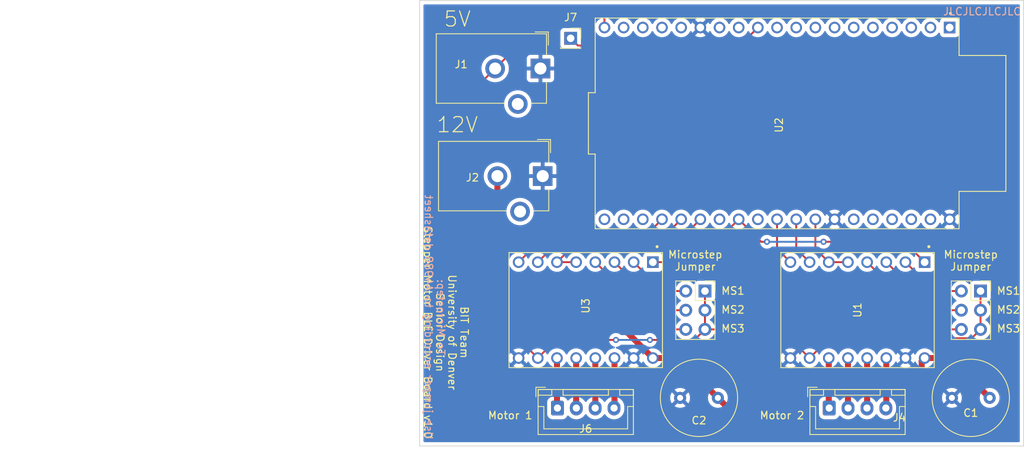
<source format=kicad_pcb>
(kicad_pcb (version 20211014) (generator pcbnew)
  (layers (0 "F.Cu" signal) (31 "B.Cu" signal) (34 "B.Paste" user) (35 "F.Paste" user) (36 "B.SilkS" user "B.Silkscreen") (37 "F.SilkS" user "F.Silkscreen") (38 "B.Mask" user) (39 "F.Mask" user) (44 "Edge.Cuts" user))
  (net 0 "")
  (net 1 "+12V")
  (net 2 "GND")
  (net 3 "+5V")
  (net 4 "Net-(J4-Pad3)")
  (net 5 "Net-(J4-Pad4)")
  (net 6 "Net-(J6-Pad3)")
  (net 7 "Net-(J6-Pad4)")
  (net 8 "PS_en")
  (net 9 "EN")
  (net 10 "Net-(J3-Pad2)")
  (net 11 "M2_SLEEP")
  (net 12 "M2_STEP")
  (net 13 "M2_DIR")
  (net 33 "M1_SLEEP")
  (net 34 "M1_STEP")
  (net 35 "M1_DIR")
  (net 43 "Net-(J3-Pad4)")
  (net 44 "Net-(J3-Pad6)")
  (net 45 "Net-(J4-Pad1)")
  (net 46 "Net-(J4-Pad2)")
  (net 47 "Net-(J5-Pad2)")
  (net 48 "Net-(J5-Pad4)")
  (net 49 "Net-(J5-Pad6)")
  (net 50 "Net-(J6-Pad1)")
  (net 51 "Net-(J6-Pad2)")
  (footprint "Connector_PinSocket_2.54mm:PinSocket_2x03_P2.54mm_Vertical" (layer "F.Cu") (at 161.29 76.475)
    (fp_text reference "J3")
    (fp_text value "Microstep_Jumper")
    (fp_line (start -3.87 6.41) (end 1.33 6.41) (layer "F.SilkS") (width 0.12))
    (fp_line (start -1.27 -1.33) (end -1.27 1.27) (layer "F.SilkS") (width 0.12))
    (fp_line (start 1.33 -1.33) (end 1.33 0) (layer "F.SilkS") (width 0.12))
    (fp_line (start 1.33 1.27) (end 1.33 6.41) (layer "F.SilkS") (width 0.12))
    (fp_line (start -1.27 1.27) (end 1.33 1.27) (layer "F.SilkS") (width 0.12))
    (fp_line (start -3.87 -1.33) (end -1.27 -1.33) (layer "F.SilkS") (width 0.12))
    (fp_line (start -3.87 -1.33) (end -3.87 6.41) (layer "F.SilkS") (width 0.12))
    (fp_line (start 0 -1.33) (end 1.33 -1.33) (layer "F.SilkS") (width 0.12))
    (pad "1" thru_hole rect (at 0 0) (size 1.7 1.7) (drill 1) (layers *.Cu *.Mask) (net 3 "+5V"))
    (pad "2" thru_hole oval (at -2.54 0) (size 1.7 1.7) (drill 1) (layers *.Cu *.Mask) (net 10 "Net-(J3-Pad2)"))
    (pad "3" thru_hole oval (at 0 2.54) (size 1.7 1.7) (drill 1) (layers *.Cu *.Mask) (net 3 "+5V"))
    (pad "4" thru_hole oval (at -2.54 2.54) (size 1.7 1.7) (drill 1) (layers *.Cu *.Mask) (net 43 "Net-(J3-Pad4)"))
    (pad "5" thru_hole oval (at 0 5.08) (size 1.7 1.7) (drill 1) (layers *.Cu *.Mask) (net 3 "+5V"))
    (pad "6" thru_hole oval (at -2.54 5.08) (size 1.7 1.7) (drill 1) (layers *.Cu *.Mask) (net 44 "Net-(J3-Pad6)"))
  )
  (footprint "SnapEDA Library:MODULE_ESP32-DEVKITC" (layer "F.Cu") (at 134.35 54.2725 -90)
    (fp_text reference "U2" (at 0.2275 -0.25 90) (layer "F.SilkS"))
    (fp_text value "ESP32-DEVKITC")
    (fp_line (start 13.95 -24.1) (end 9 -24.1) (layer "F.SilkS") (width 0.127))
    (fp_line (start -13.95 24.1) (end -4.07 24.1) (layer "F.SilkS") (width 0.127))
    (fp_line (start 4.06 24.1) (end 13.95 24.1) (layer "F.SilkS") (width 0.127))
    (fp_line (start -4.07 25) (end 4.06 25) (layer "F.SilkS") (width 0.127))
    (fp_line (start -9 -24.1) (end -9 -30.3) (layer "F.SilkS") (width 0.127))
    (fp_line (start -9 -24.1) (end -13.95 -24.1) (layer "F.SilkS") (width 0.127))
    (fp_line (start 4.06 25) (end 4.06 24.1) (layer "F.SilkS") (width 0.127))
    (fp_line (start -4.07 24.1) (end -4.07 25) (layer "F.SilkS") (width 0.127))
    (fp_line (start -9 -30.3) (end 9 -30.3) (layer "F.SilkS") (width 0.127))
    (fp_line (start 9 -30.3) (end 9 -24.1) (layer "F.SilkS") (width 0.127))
    (fp_line (start 13.95 24.1) (end 13.95 -24.1) (layer "F.SilkS") (width 0.127))
    (fp_line (start -13.95 -24.1) (end -13.95 24.1) (layer "F.SilkS") (width 0.127))
    (fp_circle (center -14.57 -22.97) (end -14.47 -22.97) (layer "F.SilkS") (width 0.2) (fill none))
    (pad "1" thru_hole rect locked (at -12.7 -22.85 270) (size 1.53 1.53) (drill 1.02) (layers *.Cu *.Mask))
    (pad "2" thru_hole circle locked (at -12.7 -20.31 270) (size 1.53 1.53) (drill 1.02) (layers *.Cu *.Mask))
    (pad "3" thru_hole circle locked (at -12.7 -17.77 270) (size 1.53 1.53) (drill 1.02) (layers *.Cu *.Mask))
    (pad "4" thru_hole circle locked (at -12.7 -15.23 270) (size 1.53 1.53) (drill 1.02) (layers *.Cu *.Mask))
    (pad "5" thru_hole circle locked (at -12.7 -12.69 270) (size 1.53 1.53) (drill 1.02) (layers *.Cu *.Mask))
    (pad "6" thru_hole circle locked (at -12.7 -10.15 270) (size 1.53 1.53) (drill 1.02) (layers *.Cu *.Mask))
    (pad "7" thru_hole circle locked (at -12.7 -7.61 270) (size 1.53 1.53) (drill 1.02) (layers *.Cu *.Mask))
    (pad "8" thru_hole circle locked (at -12.7 -5.07 270) (size 1.53 1.53) (drill 1.02) (layers *.Cu *.Mask))
    (pad "9" thru_hole circle locked (at -12.7 -2.53 270) (size 1.53 1.53) (drill 1.02) (layers *.Cu *.Mask))
    (pad "10" thru_hole circle locked (at -12.7 0.01 270) (size 1.53 1.53) (drill 1.02) (layers *.Cu *.Mask))
    (pad "11" thru_hole circle locked (at -12.7 2.55 270) (size 1.53 1.53) (drill 1.02) (layers *.Cu *.Mask) (net 8 "PS_en"))
    (pad "12" thru_hole circle locked (at -12.7 5.09 270) (size 1.53 1.53) (drill 1.02) (layers *.Cu *.Mask))
    (pad "13" thru_hole circle locked (at -12.7 7.63 270) (size 1.53 1.53) (drill 1.02) (layers *.Cu *.Mask))
    (pad "14" thru_hole circle locked (at -12.7 10.17 270) (size 1.53 1.53) (drill 1.02) (layers *.Cu *.Mask) (net 2 "GND"))
    (pad "15" thru_hole circle locked (at -12.7 12.71 270) (size 1.53 1.53) (drill 1.02) (layers *.Cu *.Mask))
    (pad "16" thru_hole circle locked (at -12.7 15.25 270) (size 1.53 1.53) (drill 1.02) (layers *.Cu *.Mask))
    (pad "17" thru_hole circle locked (at -12.7 17.79 270) (size 1.53 1.53) (drill 1.02) (layers *.Cu *.Mask))
    (pad "18" thru_hole circle locked (at -12.7 20.33 270) (size 1.53 1.53) (drill 1.02) (layers *.Cu *.Mask))
    (pad "19" thru_hole circle locked (at -12.7 22.87 270) (size 1.53 1.53) (drill 1.02) (layers *.Cu *.Mask) (net 3 "+5V"))
    (pad "20" thru_hole circle locked (at 12.7 22.87 270) (size 1.53 1.53) (drill 1.02) (layers *.Cu *.Mask))
    (pad "21" thru_hole circle locked (at 12.7 20.33 270) (size 1.53 1.53) (drill 1.02) (layers *.Cu *.Mask))
    (pad "22" thru_hole circle locked (at 12.7 17.79 270) (size 1.53 1.53) (drill 1.02) (layers *.Cu *.Mask))
    (pad "23" thru_hole circle locked (at 12.7 15.25 270) (size 1.53 1.53) (drill 1.02) (layers *.Cu *.Mask) (net 35 "M1_DIR"))
    (pad "24" thru_hole circle locked (at 12.7 12.71 270) (size 1.53 1.53) (drill 1.02) (layers *.Cu *.Mask) (net 34 "M1_STEP"))
    (pad "25" thru_hole circle locked (at 12.7 10.17 270) (size 1.53 1.53) (drill 1.02) (layers *.Cu *.Mask) (net 33 "M1_SLEEP"))
    (pad "26" thru_hole circle locked (at 12.7 7.63 270) (size 1.53 1.53) (drill 1.02) (layers *.Cu *.Mask))
    (pad "27" thru_hole circle locked (at 12.7 5.09 270) (size 1.53 1.53) (drill 1.02) (layers *.Cu *.Mask) (net 9 "EN"))
    (pad "28" thru_hole circle locked (at 12.7 2.55 270) (size 1.53 1.53) (drill 1.02) (layers *.Cu *.Mask))
    (pad "29" thru_hole circle locked (at 12.7 0.01 270) (size 1.53 1.53) (drill 1.02) (layers *.Cu *.Mask) (net 13 "M2_DIR"))
    (pad "30" thru_hole circle locked (at 12.7 -2.53 270) (size 1.53 1.53) (drill 1.02) (layers *.Cu *.Mask) (net 12 "M2_STEP"))
    (pad "31" thru_hole circle locked (at 12.7 -5.07 270) (size 1.53 1.53) (drill 1.02) (layers *.Cu *.Mask) (net 11 "M2_SLEEP"))
    (pad "32" thru_hole circle locked (at 12.7 -7.61 270) (size 1.53 1.53) (drill 1.02) (layers *.Cu *.Mask) (net 2 "GND"))
    (pad "33" thru_hole circle locked (at 12.7 -10.15 270) (size 1.53 1.53) (drill 1.02) (layers *.Cu *.Mask))
    (pad "34" thru_hole circle locked (at 12.7 -12.69 270) (size 1.53 1.53) (drill 1.02) (layers *.Cu *.Mask))
    (pad "35" thru_hole circle locked (at 12.7 -15.23 270) (size 1.53 1.53) (drill 1.02) (layers *.Cu *.Mask))
    (pad "36" thru_hole circle locked (at 12.7 -17.77 270) (size 1.53 1.53) (drill 1.02) (layers *.Cu *.Mask))
    (pad "37" thru_hole circle locked (at 12.7 -20.31 270) (size 1.53 1.53) (drill 1.02) (layers *.Cu *.Mask))
    (pad "38" thru_hole circle locked (at 12.7 -22.85 270) (size 1.53 1.53) (drill 1.02) (layers *.Cu *.Mask) (net 2 "GND"))
  )
  (footprint "Connector_PinSocket_2.54mm:PinSocket_2x03_P2.54mm_Vertical" (layer "F.Cu") (at 124.79 76.475)
    (fp_text reference "J5")
    (fp_text value "Microstep_Jumper")
    (fp_line (start 1.33 1.27) (end 1.33 6.41) (layer "F.SilkS") (width 0.12))
    (fp_line (start -1.27 -1.33) (end -1.27 1.27) (layer "F.SilkS") (width 0.12))
    (fp_line (start 0 -1.33) (end 1.33 -1.33) (layer "F.SilkS") (width 0.12))
    (fp_line (start -3.87 -1.33) (end -3.87 6.41) (layer "F.SilkS") (width 0.12))
    (fp_line (start -3.87 -1.33) (end -1.27 -1.33) (layer "F.SilkS") (width 0.12))
    (fp_line (start 1.33 -1.33) (end 1.33 0) (layer "F.SilkS") (width 0.12))
    (fp_line (start -3.87 6.41) (end 1.33 6.41) (layer "F.SilkS") (width 0.12))
    (fp_line (start -1.27 1.27) (end 1.33 1.27) (layer "F.SilkS") (width 0.12))
    (pad "1" thru_hole rect (at 0 0) (size 1.7 1.7) (drill 1) (layers *.Cu *.Mask) (net 3 "+5V"))
    (pad "2" thru_hole oval (at -2.54 0) (size 1.7 1.7) (drill 1) (layers *.Cu *.Mask) (net 47 "Net-(J5-Pad2)"))
    (pad "3" thru_hole oval (at 0 2.54) (size 1.7 1.7) (drill 1) (layers *.Cu *.Mask) (net 3 "+5V"))
    (pad "4" thru_hole oval (at -2.54 2.54) (size 1.7 1.7) (drill 1) (layers *.Cu *.Mask) (net 48 "Net-(J5-Pad4)"))
    (pad "5" thru_hole oval (at 0 5.08) (size 1.7 1.7) (drill 1) (layers *.Cu *.Mask) (net 3 "+5V"))
    (pad "6" thru_hole oval (at -2.54 5.08) (size 1.7 1.7) (drill 1) (layers *.Cu *.Mask) (net 49 "Net-(J5-Pad6)"))
  )
  (footprint "Connector_PinSocket_2.54mm:PinSocket_1x01_P2.54mm_Vertical" (layer "F.Cu") (at 107 43)
    (fp_text reference "J7" (at 0 -2.77) (layer "F.SilkS"))
    (fp_text value "PowerSwitch")
    (fp_line (start -1.33 1.21) (end -1.33 1.33) (layer "F.SilkS") (width 0.12))
    (fp_line (start 1.33 1.21) (end 1.33 1.33) (layer "F.SilkS") (width 0.12))
    (fp_line (start 1.33 -1.33) (end 1.33 0) (layer "F.SilkS") (width 0.12))
    (fp_line (start 0 -1.33) (end 1.33 -1.33) (layer "F.SilkS") (width 0.12))
    (fp_line (start -1.33 1.33) (end 1.33 1.33) (layer "F.SilkS") (width 0.12))
    (pad "1" thru_hole rect (at 0 0) (size 1.7 1.7) (drill 1) (layers *.Cu *.Mask) (net 8 "PS_en"))
  )
  (footprint "Capacitor_THT:C_Radial_D10.0mm_H16.0mm_P5.00mm" (layer "F.Cu") (at 126.5 90.625 180)
    (fp_text reference "C2" (at 2.5 -3) (layer "F.SilkS"))
    (fp_text value "100uF")
    (fp_circle (center 2.5 0) (end 7.62 0) (layer "F.SilkS") (width 0.12) (fill none))
    (pad "1" thru_hole circle (at 0 0 180) (size 1.6 1.6) (drill 0.8) (layers *.Cu *.Mask) (net 1 "+12V"))
    (pad "2" thru_hole circle (at 5 0 180) (size 1.6 1.6) (drill 0.8) (layers *.Cu *.Mask) (net 2 "GND"))
  )
  (footprint "Connector_JST:JST_XH_B4B-XH-A_1x04_P2.50mm_Vertical" (layer "F.Cu") (at 105.25 91.975)
    (fp_text reference "J6" (at 3.75 2.75) (layer "F.SilkS"))
    (fp_text value "Conn_Motor")
    (fp_line (start 8.25 -2.45) (end 8.25 -1.7) (layer "F.SilkS") (width 0.12))
    (fp_line (start -2.55 -1.7) (end -0.75 -1.7) (layer "F.SilkS") (width 0.12))
    (fp_line (start 6.75 -1.7) (end 6.75 -2.45) (layer "F.SilkS") (width 0.12))
    (fp_line (start 10.06 -2.46) (end -2.56 -2.46) (layer "F.SilkS") (width 0.12))
    (fp_line (start -2.56 -2.46) (end -2.56 3.51) (layer "F.SilkS") (width 0.12))
    (fp_line (start -2.85 -2.75) (end -2.85 -1.5) (layer "F.SilkS") (width 0.12))
    (fp_line (start 10.05 -1.7) (end 10.05 -2.45) (layer "F.SilkS") (width 0.12))
    (fp_line (start 9.3 2.75) (end 3.75 2.75) (layer "F.SilkS") (width 0.12))
    (fp_line (start 9.3 -0.2) (end 9.3 2.75) (layer "F.SilkS") (width 0.12))
    (fp_line (start 10.05 -0.2) (end 9.3 -0.2) (layer "F.SilkS") (width 0.12))
    (fp_line (start 0.75 -2.45) (end 0.75 -1.7) (layer "F.SilkS") (width 0.12))
    (fp_line (start -1.6 -2.75) (end -2.85 -2.75) (layer "F.SilkS") (width 0.12))
    (fp_line (start 8.25 -1.7) (end 10.05 -1.7) (layer "F.SilkS") (width 0.12))
    (fp_line (start 10.06 3.51) (end 10.06 -2.46) (layer "F.SilkS") (width 0.12))
    (fp_line (start -1.8 2.75) (end 3.75 2.75) (layer "F.SilkS") (width 0.12))
    (fp_line (start 0.75 -1.7) (end 6.75 -1.7) (layer "F.SilkS") (width 0.12))
    (fp_line (start -2.55 -0.2) (end -1.8 -0.2) (layer "F.SilkS") (width 0.12))
    (fp_line (start -0.75 -1.7) (end -0.75 -2.45) (layer "F.SilkS") (width 0.12))
    (fp_line (start 10.05 -2.45) (end 8.25 -2.45) (layer "F.SilkS") (width 0.12))
    (fp_line (start -2.56 3.51) (end 10.06 3.51) (layer "F.SilkS") (width 0.12))
    (fp_line (start -0.75 -2.45) (end -2.55 -2.45) (layer "F.SilkS") (width 0.12))
    (fp_line (start 6.75 -2.45) (end 0.75 -2.45) (layer "F.SilkS") (width 0.12))
    (fp_line (start -2.55 -2.45) (end -2.55 -1.7) (layer "F.SilkS") (width 0.12))
    (fp_line (start -1.8 -0.2) (end -1.8 2.75) (layer "F.SilkS") (width 0.12))
    (pad "1" thru_hole roundrect (at 0 0) (size 1.7 1.95) (drill 0.95) (layers *.Cu *.Mask) (roundrect_rratio 0.1470588235) (net 50 "Net-(J6-Pad1)"))
    (pad "2" thru_hole oval (at 2.5 0) (size 1.7 1.95) (drill 0.95) (layers *.Cu *.Mask) (net 51 "Net-(J6-Pad2)"))
    (pad "3" thru_hole oval (at 5 0) (size 1.7 1.95) (drill 0.95) (layers *.Cu *.Mask) (net 6 "Net-(J6-Pad3)"))
    (pad "4" thru_hole oval (at 7.5 0) (size 1.7 1.95) (drill 0.95) (layers *.Cu *.Mask) (net 7 "Net-(J6-Pad4)"))
  )
  (footprint "Connector_BarrelJack:BarrelJack_CUI_PJ-102AH_Horizontal" (layer "F.Cu") (at 103 47 -90)
    (fp_text reference "J1" (at -0.55 10.5) (layer "F.SilkS"))
    (fp_text value "Conn_01x02")
    (fp_line (start 4.6 13.8) (end -4.6 13.8) (layer "F.SilkS") (width 0.12))
    (fp_line (start -4.6 13.8) (end -4.6 -0.8) (layer "F.SilkS") (width 0.12))
    (fp_line (start 1.8 -0.8) (end 4.6 -0.8) (layer "F.SilkS") (width 0.12))
    (fp_line (start -4.84 0.7) (end -4.84 -1.04) (layer "F.SilkS") (width 0.12))
    (fp_line (start 4.6 4.8) (end 4.6 13.8) (layer "F.SilkS") (width 0.12))
    (fp_line (start -4.84 -1.04) (end -3.1 -1.04) (layer "F.SilkS") (width 0.12))
    (fp_line (start 4.6 -0.8) (end 4.6 1.2) (layer "F.SilkS") (width 0.12))
    (fp_line (start -4.6 -0.8) (end -1.8 -0.8) (layer "F.SilkS") (width 0.12))
    (pad "1" thru_hole rect (at 0 0 270) (size 2.6 2.6) (drill 1.6) (layers *.Cu *.Mask) (net 2 "GND"))
    (pad "2" thru_hole circle (at 0 6 270) (size 2.6 2.6) (drill 1.6) (layers *.Cu *.Mask) (net 3 "+5V"))
    (pad "3" thru_hole circle (at 4.7 3 270) (size 2.6 2.6) (drill 1.6) (layers *.Cu *.Mask))
  )
  (footprint "Capacitor_THT:C_Radial_D10.0mm_H16.0mm_P5.00mm" (layer "F.Cu") (at 162.5 90.625 180)
    (fp_text reference "C1" (at 2.5 -2) (layer "F.SilkS"))
    (fp_text value "100uF")
    (fp_circle (center 2.5 0) (end 7.62 0) (layer "F.SilkS") (width 0.12) (fill none))
    (pad "1" thru_hole circle (at 0 0 180) (size 1.6 1.6) (drill 0.8) (layers *.Cu *.Mask) (net 1 "+12V"))
    (pad "2" thru_hole circle (at 5 0 180) (size 1.6 1.6) (drill 0.8) (layers *.Cu *.Mask) (net 2 "GND"))
  )
  (footprint "Connector_JST:JST_XH_B4B-XH-A_1x04_P2.50mm_Vertical" (layer "F.Cu") (at 141.25 91.975)
    (fp_text reference "J4" (at 9.3 1.275) (layer "F.SilkS"))
    (fp_text value "Conn_Motor")
    (fp_line (start -2.85 -2.75) (end -2.85 -1.5) (layer "F.SilkS") (width 0.12))
    (fp_line (start 10.05 -2.45) (end 8.25 -2.45) (layer "F.SilkS") (width 0.12))
    (fp_line (start -2.56 -2.46) (end -2.56 3.51) (layer "F.SilkS") (width 0.12))
    (fp_line (start 6.75 -1.7) (end 6.75 -2.45) (layer "F.SilkS") (width 0.12))
    (fp_line (start 8.25 -2.45) (end 8.25 -1.7) (layer "F.SilkS") (width 0.12))
    (fp_line (start 6.75 -2.45) (end 0.75 -2.45) (layer "F.SilkS") (width 0.12))
    (fp_line (start -1.6 -2.75) (end -2.85 -2.75) (layer "F.SilkS") (width 0.12))
    (fp_line (start -1.8 -0.2) (end -1.8 2.75) (layer "F.SilkS") (width 0.12))
    (fp_line (start 9.3 -0.2) (end 9.3 2.75) (layer "F.SilkS") (width 0.12))
    (fp_line (start 10.06 3.51) (end 10.06 -2.46) (layer "F.SilkS") (width 0.12))
    (fp_line (start -2.55 -0.2) (end -1.8 -0.2) (layer "F.SilkS") (width 0.12))
    (fp_line (start -2.56 3.51) (end 10.06 3.51) (layer "F.SilkS") (width 0.12))
    (fp_line (start -1.8 2.75) (end 3.75 2.75) (layer "F.SilkS") (width 0.12))
    (fp_line (start 10.05 -1.7) (end 10.05 -2.45) (layer "F.SilkS") (width 0.12))
    (fp_line (start 10.06 -2.46) (end -2.56 -2.46) (layer "F.SilkS") (width 0.12))
    (fp_line (start 9.3 2.75) (end 3.75 2.75) (layer "F.SilkS") (width 0.12))
    (fp_line (start -0.75 -2.45) (end -2.55 -2.45) (layer "F.SilkS") (width 0.12))
    (fp_line (start 8.25 -1.7) (end 10.05 -1.7) (layer "F.SilkS") (width 0.12))
    (fp_line (start 0.75 -1.7) (end 6.75 -1.7) (layer "F.SilkS") (width 0.12))
    (fp_line (start 0.75 -2.45) (end 0.75 -1.7) (layer "F.SilkS") (width 0.12))
    (fp_line (start -2.55 -1.7) (end -0.75 -1.7) (layer "F.SilkS") (width 0.12))
    (fp_line (start -2.55 -2.45) (end -2.55 -1.7) (layer "F.SilkS") (width 0.12))
    (fp_line (start 10.05 -0.2) (end 9.3 -0.2) (layer "F.SilkS") (width 0.12))
    (fp_line (start -0.75 -1.7) (end -0.75 -2.45) (layer "F.SilkS") (width 0.12))
    (pad "1" thru_hole roundrect (at 0 0) (size 1.7 1.95) (drill 0.95) (layers *.Cu *.Mask) (roundrect_rratio 0.1470588235) (net 45 "Net-(J4-Pad1)"))
    (pad "2" thru_hole oval (at 2.5 0) (size 1.7 1.95) (drill 0.95) (layers *.Cu *.Mask) (net 46 "Net-(J4-Pad2)"))
    (pad "3" thru_hole oval (at 5 0) (size 1.7 1.95) (drill 0.95) (layers *.Cu *.Mask) (net 4 "Net-(J4-Pad3)"))
    (pad "4" thru_hole oval (at 7.5 0) (size 1.7 1.95) (drill 0.95) (layers *.Cu *.Mask) (net 5 "Net-(J4-Pad4)"))
  )
  (footprint "SnapEDA Library:MODULE_A4988_STEPPER_MOTOR_DRIVER_CARRIER" (layer "F.Cu") (at 145 79 -90)
    (fp_text reference "U1" (at 0 0 90) (layer "F.SilkS"))
    (fp_text value "A4988")
    (fp_line (start 7.62 10.16) (end -7.62 10.16) (layer "F.SilkS") (width 0.127))
    (fp_line (start 7.62 -10.16) (end 7.62 10.16) (layer "F.SilkS") (width 0.127))
    (fp_line (start -7.62 10.16) (end -7.62 -10.16) (layer "F.SilkS") (width 0.127))
    (fp_line (start -7.62 -10.16) (end 7.62 -10.16) (layer "F.SilkS") (width 0.127))
    (fp_circle (center -8.4 -9.45) (end -8.3 -9.45) (layer "F.SilkS") (width 0.2) (fill none))
    (pad "1" thru_hole rect locked (at -6.35 -8.89 270) (size 1.53 1.53) (drill 1.02) (layers *.Cu *.Mask) (net 9 "EN"))
    (pad "2" thru_hole circle locked (at -6.35 -6.35 270) (size 1.53 1.53) (drill 1.02) (layers *.Cu *.Mask) (net 10 "Net-(J3-Pad2)"))
    (pad "3" thru_hole circle locked (at -6.35 -3.81 270) (size 1.53 1.53) (drill 1.02) (layers *.Cu *.Mask) (net 43 "Net-(J3-Pad4)"))
    (pad "4" thru_hole circle locked (at -6.35 -1.27 270) (size 1.53 1.53) (drill 1.02) (layers *.Cu *.Mask) (net 44 "Net-(J3-Pad6)"))
    (pad "5" thru_hole circle locked (at -6.35 1.27 270) (size 1.53 1.53) (drill 1.02) (layers *.Cu *.Mask) (net 11 "M2_SLEEP"))
    (pad "6" thru_hole circle locked (at -6.35 3.81 270) (size 1.53 1.53) (drill 1.02) (layers *.Cu *.Mask) (net 11 "M2_SLEEP"))
    (pad "7" thru_hole circle locked (at -6.35 6.35 270) (size 1.53 1.53) (drill 1.02) (layers *.Cu *.Mask) (net 12 "M2_STEP"))
    (pad "8" thru_hole circle locked (at -6.35 8.89 270) (size 1.53 1.53) (drill 1.02) (layers *.Cu *.Mask) (net 13 "M2_DIR"))
    (pad "9" thru_hole circle locked (at 6.35 8.89 270) (size 1.53 1.53) (drill 1.02) (layers *.Cu *.Mask) (net 2 "GND"))
    (pad "10" thru_hole circle locked (at 6.35 6.35 270) (size 1.53 1.53) (drill 1.02) (layers *.Cu *.Mask) (net 3 "+5V"))
    (pad "11" thru_hole circle locked (at 6.35 3.81 270) (size 1.53 1.53) (drill 1.02) (layers *.Cu *.Mask) (net 45 "Net-(J4-Pad1)"))
    (pad "12" thru_hole circle locked (at 6.35 1.27 270) (size 1.53 1.53) (drill 1.02) (layers *.Cu *.Mask) (net 46 "Net-(J4-Pad2)"))
    (pad "13" thru_hole circle locked (at 6.35 -1.27 270) (size 1.53 1.53) (drill 1.02) (layers *.Cu *.Mask) (net 4 "Net-(J4-Pad3)"))
    (pad "14" thru_hole circle locked (at 6.35 -3.81 270) (size 1.53 1.53) (drill 1.02) (layers *.Cu *.Mask) (net 5 "Net-(J4-Pad4)"))
    (pad "15" thru_hole circle locked (at 6.35 -6.35 270) (size 1.53 1.53) (drill 1.02) (layers *.Cu *.Mask) (net 2 "GND"))
    (pad "16" thru_hole circle locked (at 6.35 -8.89 270) (size 1.53 1.53) (drill 1.02) (layers *.Cu *.Mask) (net 1 "+12V"))
  )
  (footprint "SnapEDA Library:MODULE_A4988_STEPPER_MOTOR_DRIVER_CARRIER" (layer "F.Cu") (at 109 79 -90)
    (fp_text reference "U3" (at -0.55 0 90) (layer "F.SilkS"))
    (fp_text value "A4988")
    (fp_line (start 7.62 -10.16) (end 7.62 10.16) (layer "F.SilkS") (width 0.127))
    (fp_line (start 7.62 10.16) (end -7.62 10.16) (layer "F.SilkS") (width 0.127))
    (fp_line (start -7.62 10.16) (end -7.62 -10.16) (layer "F.SilkS") (width 0.127))
    (fp_line (start -7.62 -10.16) (end 7.62 -10.16) (layer "F.SilkS") (width 0.127))
    (fp_circle (center -8.4 -9.45) (end -8.3 -9.45) (layer "F.SilkS") (width 0.2) (fill none))
    (pad "1" thru_hole rect locked (at -6.35 -8.89 270) (size 1.53 1.53) (drill 1.02) (layers *.Cu *.Mask) (net 9 "EN"))
    (pad "2" thru_hole circle locked (at -6.35 -6.35 270) (size 1.53 1.53) (drill 1.02) (layers *.Cu *.Mask) (net 47 "Net-(J5-Pad2)"))
    (pad "3" thru_hole circle locked (at -6.35 -3.81 270) (size 1.53 1.53) (drill 1.02) (layers *.Cu *.Mask) (net 48 "Net-(J5-Pad4)"))
    (pad "4" thru_hole circle locked (at -6.35 -1.27 270) (size 1.53 1.53) (drill 1.02) (layers *.Cu *.Mask) (net 49 "Net-(J5-Pad6)"))
    (pad "5" thru_hole circle locked (at -6.35 1.27 270) (size 1.53 1.53) (drill 1.02) (layers *.Cu *.Mask) (net 33 "M1_SLEEP"))
    (pad "6" thru_hole circle locked (at -6.35 3.81 270) (size 1.53 1.53) (drill 1.02) (layers *.Cu *.Mask) (net 33 "M1_SLEEP"))
    (pad "7" thru_hole circle locked (at -6.35 6.35 270) (size 1.53 1.53) (drill 1.02) (layers *.Cu *.Mask) (net 34 "M1_STEP"))
    (pad "8" thru_hole circle locked (at -6.35 8.89 270) (size 1.53 1.53) (drill 1.02) (layers *.Cu *.Mask) (net 35 "M1_DIR"))
    (pad "9" thru_hole circle locked (at 6.35 8.89 270) (size 1.53 1.53) (drill 1.02) (layers *.Cu *.Mask) (net 2 "GND"))
    (pad "10" thru_hole circle locked (at 6.35 6.35 270) (size 1.53 1.53) (drill 1.02) (layers *.Cu *.Mask) (net 3 "+5V"))
    (pad "11" thru_hole circle locked (at 6.35 3.81 270) (size 1.53 1.53) (drill 1.02) (layers *.Cu *.Mask) (net 50 "Net-(J6-Pad1)"))
    (pad "12" thru_hole circle locked (at 6.35 1.27 270) (size 1.53 1.53) (drill 1.02) (layers *.Cu *.Mask) (net 51 "Net-(J6-Pad2)"))
    (pad "13" thru_hole circle locked (at 6.35 -1.27 270) (size 1.53 1.53) (drill 1.02) (layers *.Cu *.Mask) (net 6 "Net-(J6-Pad3)"))
    (pad "14" thru_hole circle locked (at 6.35 -3.81 270) (size 1.53 1.53) (drill 1.02) (layers *.Cu *.Mask) (net 7 "Net-(J6-Pad4)"))
    (pad "15" thru_hole circle locked (at 6.35 -6.35 270) (size 1.53 1.53) (drill 1.02) (layers *.Cu *.Mask) (net 2 "GND"))
    (pad "16" thru_hole circle locked (at 6.35 -8.89 270) (size 1.53 1.53) (drill 1.02) (layers *.Cu *.Mask) (net 1 "+12V"))
  )
  (footprint "Connector_BarrelJack:BarrelJack_CUI_PJ-102AH_Horizontal" (layer "F.Cu") (at 103.3 61.25 -90)
    (fp_text reference "J2" (at 0.2 9.3) (layer "F.SilkS"))
    (fp_text value "Conn_01x02")
    (fp_line (start -4.6 -0.8) (end -1.8 -0.8) (layer "F.SilkS") (width 0.12))
    (fp_line (start -4.84 0.7) (end -4.84 -1.04) (layer "F.SilkS") (width 0.12))
    (fp_line (start 4.6 4.8) (end 4.6 13.8) (layer "F.SilkS") (width 0.12))
    (fp_line (start -4.6 13.8) (end -4.6 -0.8) (layer "F.SilkS") (width 0.12))
    (fp_line (start 4.6 -0.8) (end 4.6 1.2) (layer "F.SilkS") (width 0.12))
    (fp_line (start 4.6 13.8) (end -4.6 13.8) (layer "F.SilkS") (width 0.12))
    (fp_line (start -4.84 -1.04) (end -3.1 -1.04) (layer "F.SilkS") (width 0.12))
    (fp_line (start 1.8 -0.8) (end 4.6 -0.8) (layer "F.SilkS") (width 0.12))
    (pad "1" thru_hole rect (at 0 0 270) (size 2.6 2.6) (drill 1.6) (layers *.Cu *.Mask) (net 2 "GND"))
    (pad "2" thru_hole circle (at 0 6 270) (size 2.6 2.6) (drill 1.6) (layers *.Cu *.Mask) (net 1 "+12V"))
    (pad "3" thru_hole circle (at 4.7 3 270) (size 2.6 2.6) (drill 1.6) (layers *.Cu *.Mask))
  )
  (gr_line (start 167 97) (end 167 38) (layer "Edge.Cuts") (width 0.1))
  (gr_line (start 87 97) (end 167 97) (layer "Edge.Cuts") (width 0.1))
  (gr_line (start 167 38) (end 87 38) (layer "Edge.Cuts") (width 0.1))
  (gr_line (start 87 38) (end 87 97) (layer "Edge.Cuts") (width 0.1))
  (gr_text "To Microstep:\nUse jumper according to A4988 datasheet" (at 89 79.95 270) (layer "B.SilkS") (effects (font (size 1 1)) (justify mirror)))
  (gr_text "JLCJLCJLCJLC" (at 161.5 39.45) (layer "B.SilkS") (effects (font (size 1 1))))
  (gr_text "12V" (at 92 54.45) (layer "F.SilkS") (effects (font (size 2 2))))
  (gr_text "Motor 1" (at 99 92.95) (layer "F.SilkS") (effects (font (size 1 1))))
  (gr_text "Motor 2\n" (at 135 92.95) (layer "F.SilkS") (effects (font (size 1 1))))
  (gr_text "MS2" (at 165 78.95) (layer "F.SilkS") (effects (font (size 1 1))))
  (gr_text "MS3" (at 128.5 81.45) (layer "F.SilkS") (effects (font (size 1 1))))
  (gr_text "BIT Team\nUniversity of Denver\nSenior Design\nStepper Motor BLE Driver Board v1.0\n" (at 90.5 81.95 270) (layer "F.SilkS") (effects (font (size 1 1))))
  (gr_text "Microstep\nJumper" (at 160 72.45) (layer "F.SilkS") (effects (font (size 1 1))))
  (gr_text "5V" (at 92 40.45) (layer "F.SilkS") (effects (font (size 2 2))))
  (gr_text "MS2" (at 128.5 78.95) (layer "F.SilkS") (effects (font (size 1 1))))
  (gr_text "MS3" (at 165 81.45) (layer "F.SilkS") (effects (font (size 1 1))))
  (gr_text "MS1" (at 128.5 76.45) (layer "F.SilkS") (effects (font (size 1 1))))
  (gr_text "Microstep\nJumper" (at 123.5 72.45) (layer "F.SilkS") (effects (font (size 1 1))))
  (gr_text "MS1" (at 165 76.45) (layer "F.SilkS") (effects (font (size 1 1))))
  (segment (start 121.225 85.35) (end 126.5 90.625) (width 0.8) (layer "F.Cu") (net 1))
  (segment (start 97.3 61.25) (end 97.3 74.75) (width 0.8) (layer "F.Cu") (net 1))
  (segment (start 153.5 85.74) (end 153.5 92.45) (width 0.8) (layer "F.Cu") (net 1))
  (segment (start 97.3 74.75) (end 102.5 79.95) (width 0.8) (layer "F.Cu") (net 1))
  (segment (start 112.49 79.95) (end 117.89 85.35) (width 0.8) (layer "F.Cu") (net 1))
  (segment (start 117.89 85.35) (end 121.225 85.35) (width 0.8) (layer "F.Cu") (net 1))
  (segment (start 157.225 85.35) (end 153.89 85.35) (width 0.8) (layer "F.Cu") (net 1))
  (segment (start 102.5 79.95) (end 112.49 79.95) (width 0.8) (layer "F.Cu") (net 1))
  (segment (start 153.5 92.45) (end 151.5 94.45) (width 0.8) (layer "F.Cu") (net 1))
  (segment (start 151.5 94.45) (end 130.325 94.45) (width 0.8) (layer "F.Cu") (net 1))
  (segment (start 162.5 90.625) (end 157.225 85.35) (width 0.8) (layer "F.Cu") (net 1))
  (segment (start 153.89 85.35) (end 153.5 85.74) (width 0.8) (layer "F.Cu") (net 1))
  (segment (start 130.325 94.45) (end 126.5 90.625) (width 0.8) (layer "F.Cu") (net 1))
  (segment (start 141.270489 82.729511) (end 160.115489 82.729511) (width 0.25) (layer "F.Cu") (net 3))
  (segment (start 104.05 39.95) (end 111 39.95) (width 0.25) (layer "F.Cu") (net 3))
  (segment (start 117.5 82.95) (end 123.395 82.95) (width 0.25) (layer "F.Cu") (net 3))
  (segment (start 161.29 76.475) (end 161.29 79.015) (width 0.25) (layer "F.Cu") (net 3))
  (segment (start 111.48 40.43) (end 111.48 41.5725) (width 0.25) (layer "F.Cu") (net 3))
  (segment (start 123.395 82.95) (end 124.79 81.555) (width 0.25) (layer "F.Cu") (net 3))
  (segment (start 134.855 81.555) (end 124.79 81.555) (width 0.25) (layer "F.Cu") (net 3))
  (segment (start 93 51) (end 93 75.7) (width 0.25) (layer "F.Cu") (net 3))
  (segment (start 105.05 82.95) (end 113 82.95) (width 0.25) (layer "F.Cu") (net 3))
  (segment (start 138.65 85.35) (end 134.855 81.555) (width 0.25) (layer "F.Cu") (net 3))
  (segment (start 124.79 76.475) (end 124.79 79.015) (width 0.25) (layer "F.Cu") (net 3))
  (segment (start 111 39.95) (end 111.48 40.43) (width 0.25) (layer "F.Cu") (net 3))
  (segment (start 97 47) (end 93 51) (width 0.25) (layer "F.Cu") (net 3))
  (segment (start 138.65 85.35) (end 141.270489 82.729511) (width 0.25) (layer "F.Cu") (net 3))
  (segment (start 160.115489 82.729511) (end 161.29 81.555) (width 0.25) (layer "F.Cu") (net 3))
  (segment (start 97 47) (end 104.05 39.95) (width 0.25) (layer "F.Cu") (net 3))
  (segment (start 102.65 85.35) (end 105.05 82.95) (width 0.25) (layer "F.Cu") (net 3))
  (segment (start 93 75.7) (end 102.65 85.35) (width 0.25) (layer "F.Cu") (net 3))
  (segment (start 124.79 79.015) (end 124.79 81.555) (width 0.25) (layer "F.Cu") (net 3))
  (segment (start 161.29 79.015) (end 161.29 81.555) (width 0.25) (layer "F.Cu") (net 3))
  (via (at 113 82.95) (size 0.8) (drill 0.4) (layers "F.Cu" "B.Cu") (net 3))
  (via (at 117.5 82.95) (size 0.8) (drill 0.4) (layers "F.Cu" "B.Cu") (net 3))
  (segment (start 113 82.95) (end 117.5 82.95) (width 0.25) (layer "B.Cu") (net 3))
  (segment (start 146.27 85.35) (end 146.27 91.955) (width 0.8) (layer "F.Cu") (net 4))
  (segment (start 146.27 91.955) (end 146.25 91.975) (width 0.8) (layer "F.Cu") (net 4))
  (segment (start 148.81 85.35) (end 148.81 91.915) (width 0.8) (layer "F.Cu") (net 5))
  (segment (start 148.81 91.915) (end 148.75 91.975) (width 0.8) (layer "F.Cu") (net 5))
  (segment (start 110.27 91.955) (end 110.25 91.975) (width 0.8) (layer "F.Cu") (net 6))
  (segment (start 110.27 85.35) (end 110.27 91.955) (width 0.8) (layer "F.Cu") (net 6))
  (segment (start 112.81 91.915) (end 112.75 91.975) (width 0.8) (layer "F.Cu") (net 7))
  (segment (start 112.81 85.35) (end 112.81 91.915) (width 0.8) (layer "F.Cu") (net 7))
  (segment (start 107 43) (end 107.95 43.95) (width 0.25) (layer "F.Cu") (net 8))
  (segment (start 129.4225 43.95) (end 131.8 41.5725) (width 0.25) (layer "F.Cu") (net 8))
  (segment (start 107.95 43.95) (end 129.4225 43.95) (width 0.25) (layer "F.Cu") (net 8))
  (segment (start 153.89 72.65) (end 151.19 69.95) (width 0.25) (layer "F.Cu") (net 9))
  (segment (start 123.5825 72.65) (end 129.26 66.9725) (width 0.25) (layer "F.Cu") (net 9))
  (segment (start 132.2375 69.95) (end 129.26 66.9725) (width 0.25) (layer "F.Cu") (net 9))
  (segment (start 145.5 69.95) (end 140.5 69.95) (width 0.25) (layer "F.Cu") (net 9))
  (segment (start 117.89 72.65) (end 123.5825 72.65) (width 0.25) (layer "F.Cu") (net 9))
  (segment (start 133 69.95) (end 132.2375 69.95) (width 0.25) (layer "F.Cu") (net 9))
  (segment (start 151.19 69.95) (end 145.5 69.95) (width 0.25) (layer "F.Cu") (net 9))
  (via (at 140.5 69.95) (size 0.8) (drill 0.4) (layers "F.Cu" "B.Cu") (net 9))
  (via (at 133 69.95) (size 0.8) (drill 0.4) (layers "F.Cu" "B.Cu") (net 9))
  (segment (start 140.5 69.95) (end 133 69.95) (width 0.25) (layer "B.Cu") (net 9))
  (segment (start 151.35 72.65) (end 155.175 76.475) (width 0.25) (layer "F.Cu") (net 10))
  (segment (start 155.175 76.475) (end 158.75 76.475) (width 0.25) (layer "F.Cu") (net 10))
  (segment (start 141.19 72.65) (end 143.73 72.65) (width 0.25) (layer "F.Cu") (net 11))
  (segment (start 139.42 66.9725) (end 139.42 70.88) (width 0.25) (layer "F.Cu") (net 11))
  (segment (start 139.42 70.88) (end 141.19 72.65) (width 0.25) (layer "F.Cu") (net 11))
  (segment (start 136.88 66.9725) (end 136.88 70.88) (width 0.25) (layer "F.Cu") (net 12))
  (segment (start 136.88 70.88) (end 138.65 72.65) (width 0.25) (layer "F.Cu") (net 12))
  (segment (start 134.34 66.9725) (end 134.34 70.88) (width 0.25) (layer "F.Cu") (net 13))
  (segment (start 134.34 70.88) (end 136.11 72.65) (width 0.25) (layer "F.Cu") (net 13))
  (segment (start 105.19 72.65) (end 106.89 70.95) (width 0.25) (layer "F.Cu") (net 33))
  (segment (start 120.2025 70.95) (end 124.18 66.9725) (width 0.25) (layer "F.Cu") (net 33))
  (segment (start 106.89 70.95) (end 120.2025 70.95) (width 0.25) (layer "F.Cu") (net 33))
  (segment (start 105.19 72.65) (end 107.73 72.65) (width 0.25) (layer "F.Cu") (net 33))
  (segment (start 118.6625 69.95) (end 121.64 66.9725) (width 0.25) (layer "F.Cu") (net 34))
  (segment (start 102.65 72.65) (end 105.35 69.95) (width 0.25) (layer "F.Cu") (net 34))
  (segment (start 105.35 69.95) (end 118.6625 69.95) (width 0.25) (layer "F.Cu") (net 34))
  (segment (start 117.1225 68.95) (end 119.1 66.9725) (width 0.25) (layer "F.Cu") (net 35))
  (segment (start 103.81 68.95) (end 117.1225 68.95) (width 0.25) (layer "F.Cu") (net 35))
  (segment (start 100.11 72.65) (end 103.81 68.95) (width 0.25) (layer "F.Cu") (net 35))
  (segment (start 148.81 72.65) (end 155.175 79.015) (width 0.25) (layer "F.Cu") (net 43))
  (segment (start 155.175 79.015) (end 158.75 79.015) (width 0.25) (layer "F.Cu") (net 43))
  (segment (start 155.175 81.555) (end 158.75 81.555) (width 0.25) (layer "F.Cu") (net 44))
  (segment (start 146.27 72.65) (end 155.175 81.555) (width 0.25) (layer "F.Cu") (net 44))
  (segment (start 141.19 91.915) (end 141.25 91.975) (width 0.8) (layer "F.Cu") (net 45))
  (segment (start 141.19 85.35) (end 141.19 91.915) (width 0.8) (layer "F.Cu") (net 45))
  (segment (start 143.73 91.955) (end 143.75 91.975) (width 0.8) (layer "F.Cu") (net 46))
  (segment (start 143.73 85.35) (end 143.73 91.955) (width 0.8) (layer "F.Cu") (net 46))
  (segment (start 115.35 72.65) (end 119.175 76.475) (width 0.25) (layer "F.Cu") (net 47))
  (segment (start 119.175 76.475) (end 122.25 76.475) (width 0.25) (layer "F.Cu") (net 47))
  (segment (start 122.25 79.015) (end 119.175 79.015) (width 0.25) (layer "F.Cu") (net 48))
  (segment (start 119.175 79.015) (end 112.81 72.65) (width 0.25) (layer "F.Cu") (net 48))
  (segment (start 119.175 81.555) (end 110.27 72.65) (width 0.25) (layer "F.Cu") (net 49))
  (segment (start 122.25 81.555) (end 119.175 81.555) (width 0.25) (layer "F.Cu") (net 49))
  (segment (start 105.19 91.915) (end 105.25 91.975) (width 0.8) (layer "F.Cu") (net 50))
  (segment (start 105.19 85.35) (end 105.19 91.915) (width 0.8) (layer "F.Cu") (net 50))
  (segment (start 107.73 91.955) (end 107.75 91.975) (width 0.8) (layer "F.Cu") (net 51))
  (segment (start 107.73 85.35) (end 107.73 91.955) (width 0.8) (layer "F.Cu") (net 51))
  (zone (net 2) (net_name "GND") (layer "B.Cu") (connect_pads (clearance 0.508)) (min_thickness 0.254) (fill yes (thermal_gap 0.508) (thermal_bridge_width 0.508))
    (polygon (pts (xy 167 96.95) (xy 87 96.95) (xy 87 37.95) (xy 167 37.95)))
  )
)
</source>
